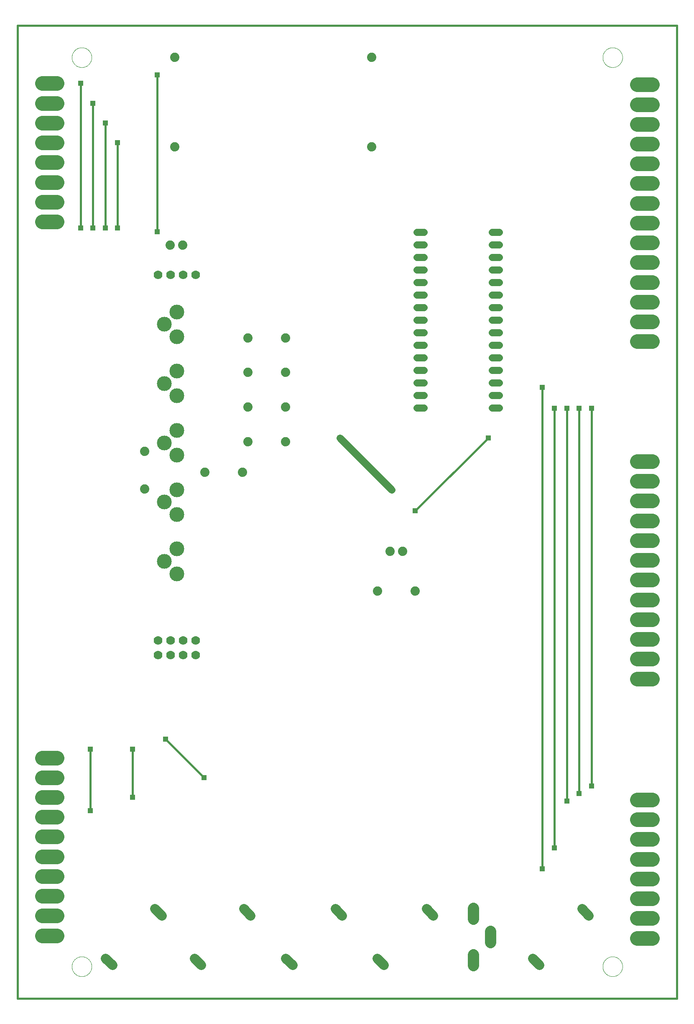
<source format=gtl>
G75*
%MOIN*%
%OFA0B0*%
%FSLAX25Y25*%
%IPPOS*%
%LPD*%
%AMOC8*
5,1,8,0,0,1.08239X$1,22.5*
%
%ADD10C,0.01600*%
%ADD11C,0.00000*%
%ADD12C,0.07000*%
%ADD13C,0.07400*%
%ADD14C,0.05550*%
%ADD15C,0.07677*%
%ADD16C,0.08858*%
%ADD17C,0.11811*%
%ADD18C,0.11811*%
%ADD19R,0.04362X0.04362*%
%ADD20C,0.05600*%
D10*
X0001800Y0001800D02*
X0527391Y0001800D01*
X0527391Y0777391D01*
X0001800Y0777391D01*
X0001800Y0001800D01*
X0059871Y0151406D02*
X0059871Y0200619D01*
X0093335Y0200619D02*
X0093335Y0162233D01*
X0119910Y0208493D02*
X0150422Y0177981D01*
X0318965Y0390540D02*
X0377076Y0448650D01*
X0420107Y0489005D02*
X0420107Y0105146D01*
X0429950Y0121879D02*
X0429950Y0472272D01*
X0439792Y0472272D02*
X0439792Y0159280D01*
X0449635Y0165186D02*
X0449635Y0472272D01*
X0459477Y0472272D02*
X0459477Y0171091D01*
X0113020Y0612824D02*
X0113020Y0738020D01*
X0081524Y0683887D02*
X0081524Y0615973D01*
X0071682Y0615973D02*
X0071682Y0699635D01*
X0061839Y0715383D02*
X0061839Y0615973D01*
X0051997Y0615973D02*
X0051997Y0731131D01*
D11*
X0045107Y0751800D02*
X0045109Y0751993D01*
X0045116Y0752186D01*
X0045128Y0752379D01*
X0045145Y0752572D01*
X0045166Y0752764D01*
X0045192Y0752955D01*
X0045223Y0753146D01*
X0045258Y0753336D01*
X0045298Y0753525D01*
X0045343Y0753713D01*
X0045392Y0753900D01*
X0045446Y0754086D01*
X0045504Y0754270D01*
X0045567Y0754453D01*
X0045635Y0754634D01*
X0045706Y0754813D01*
X0045783Y0754991D01*
X0045863Y0755167D01*
X0045948Y0755340D01*
X0046037Y0755512D01*
X0046130Y0755681D01*
X0046227Y0755848D01*
X0046329Y0756013D01*
X0046434Y0756175D01*
X0046543Y0756334D01*
X0046657Y0756491D01*
X0046774Y0756644D01*
X0046894Y0756795D01*
X0047019Y0756943D01*
X0047147Y0757088D01*
X0047278Y0757229D01*
X0047413Y0757368D01*
X0047552Y0757503D01*
X0047693Y0757634D01*
X0047838Y0757762D01*
X0047986Y0757887D01*
X0048137Y0758007D01*
X0048290Y0758124D01*
X0048447Y0758238D01*
X0048606Y0758347D01*
X0048768Y0758452D01*
X0048933Y0758554D01*
X0049100Y0758651D01*
X0049269Y0758744D01*
X0049441Y0758833D01*
X0049614Y0758918D01*
X0049790Y0758998D01*
X0049968Y0759075D01*
X0050147Y0759146D01*
X0050328Y0759214D01*
X0050511Y0759277D01*
X0050695Y0759335D01*
X0050881Y0759389D01*
X0051068Y0759438D01*
X0051256Y0759483D01*
X0051445Y0759523D01*
X0051635Y0759558D01*
X0051826Y0759589D01*
X0052017Y0759615D01*
X0052209Y0759636D01*
X0052402Y0759653D01*
X0052595Y0759665D01*
X0052788Y0759672D01*
X0052981Y0759674D01*
X0053174Y0759672D01*
X0053367Y0759665D01*
X0053560Y0759653D01*
X0053753Y0759636D01*
X0053945Y0759615D01*
X0054136Y0759589D01*
X0054327Y0759558D01*
X0054517Y0759523D01*
X0054706Y0759483D01*
X0054894Y0759438D01*
X0055081Y0759389D01*
X0055267Y0759335D01*
X0055451Y0759277D01*
X0055634Y0759214D01*
X0055815Y0759146D01*
X0055994Y0759075D01*
X0056172Y0758998D01*
X0056348Y0758918D01*
X0056521Y0758833D01*
X0056693Y0758744D01*
X0056862Y0758651D01*
X0057029Y0758554D01*
X0057194Y0758452D01*
X0057356Y0758347D01*
X0057515Y0758238D01*
X0057672Y0758124D01*
X0057825Y0758007D01*
X0057976Y0757887D01*
X0058124Y0757762D01*
X0058269Y0757634D01*
X0058410Y0757503D01*
X0058549Y0757368D01*
X0058684Y0757229D01*
X0058815Y0757088D01*
X0058943Y0756943D01*
X0059068Y0756795D01*
X0059188Y0756644D01*
X0059305Y0756491D01*
X0059419Y0756334D01*
X0059528Y0756175D01*
X0059633Y0756013D01*
X0059735Y0755848D01*
X0059832Y0755681D01*
X0059925Y0755512D01*
X0060014Y0755340D01*
X0060099Y0755167D01*
X0060179Y0754991D01*
X0060256Y0754813D01*
X0060327Y0754634D01*
X0060395Y0754453D01*
X0060458Y0754270D01*
X0060516Y0754086D01*
X0060570Y0753900D01*
X0060619Y0753713D01*
X0060664Y0753525D01*
X0060704Y0753336D01*
X0060739Y0753146D01*
X0060770Y0752955D01*
X0060796Y0752764D01*
X0060817Y0752572D01*
X0060834Y0752379D01*
X0060846Y0752186D01*
X0060853Y0751993D01*
X0060855Y0751800D01*
X0060853Y0751607D01*
X0060846Y0751414D01*
X0060834Y0751221D01*
X0060817Y0751028D01*
X0060796Y0750836D01*
X0060770Y0750645D01*
X0060739Y0750454D01*
X0060704Y0750264D01*
X0060664Y0750075D01*
X0060619Y0749887D01*
X0060570Y0749700D01*
X0060516Y0749514D01*
X0060458Y0749330D01*
X0060395Y0749147D01*
X0060327Y0748966D01*
X0060256Y0748787D01*
X0060179Y0748609D01*
X0060099Y0748433D01*
X0060014Y0748260D01*
X0059925Y0748088D01*
X0059832Y0747919D01*
X0059735Y0747752D01*
X0059633Y0747587D01*
X0059528Y0747425D01*
X0059419Y0747266D01*
X0059305Y0747109D01*
X0059188Y0746956D01*
X0059068Y0746805D01*
X0058943Y0746657D01*
X0058815Y0746512D01*
X0058684Y0746371D01*
X0058549Y0746232D01*
X0058410Y0746097D01*
X0058269Y0745966D01*
X0058124Y0745838D01*
X0057976Y0745713D01*
X0057825Y0745593D01*
X0057672Y0745476D01*
X0057515Y0745362D01*
X0057356Y0745253D01*
X0057194Y0745148D01*
X0057029Y0745046D01*
X0056862Y0744949D01*
X0056693Y0744856D01*
X0056521Y0744767D01*
X0056348Y0744682D01*
X0056172Y0744602D01*
X0055994Y0744525D01*
X0055815Y0744454D01*
X0055634Y0744386D01*
X0055451Y0744323D01*
X0055267Y0744265D01*
X0055081Y0744211D01*
X0054894Y0744162D01*
X0054706Y0744117D01*
X0054517Y0744077D01*
X0054327Y0744042D01*
X0054136Y0744011D01*
X0053945Y0743985D01*
X0053753Y0743964D01*
X0053560Y0743947D01*
X0053367Y0743935D01*
X0053174Y0743928D01*
X0052981Y0743926D01*
X0052788Y0743928D01*
X0052595Y0743935D01*
X0052402Y0743947D01*
X0052209Y0743964D01*
X0052017Y0743985D01*
X0051826Y0744011D01*
X0051635Y0744042D01*
X0051445Y0744077D01*
X0051256Y0744117D01*
X0051068Y0744162D01*
X0050881Y0744211D01*
X0050695Y0744265D01*
X0050511Y0744323D01*
X0050328Y0744386D01*
X0050147Y0744454D01*
X0049968Y0744525D01*
X0049790Y0744602D01*
X0049614Y0744682D01*
X0049441Y0744767D01*
X0049269Y0744856D01*
X0049100Y0744949D01*
X0048933Y0745046D01*
X0048768Y0745148D01*
X0048606Y0745253D01*
X0048447Y0745362D01*
X0048290Y0745476D01*
X0048137Y0745593D01*
X0047986Y0745713D01*
X0047838Y0745838D01*
X0047693Y0745966D01*
X0047552Y0746097D01*
X0047413Y0746232D01*
X0047278Y0746371D01*
X0047147Y0746512D01*
X0047019Y0746657D01*
X0046894Y0746805D01*
X0046774Y0746956D01*
X0046657Y0747109D01*
X0046543Y0747266D01*
X0046434Y0747425D01*
X0046329Y0747587D01*
X0046227Y0747752D01*
X0046130Y0747919D01*
X0046037Y0748088D01*
X0045948Y0748260D01*
X0045863Y0748433D01*
X0045783Y0748609D01*
X0045706Y0748787D01*
X0045635Y0748966D01*
X0045567Y0749147D01*
X0045504Y0749330D01*
X0045446Y0749514D01*
X0045392Y0749700D01*
X0045343Y0749887D01*
X0045298Y0750075D01*
X0045258Y0750264D01*
X0045223Y0750454D01*
X0045192Y0750645D01*
X0045166Y0750836D01*
X0045145Y0751028D01*
X0045128Y0751221D01*
X0045116Y0751414D01*
X0045109Y0751607D01*
X0045107Y0751800D01*
X0468335Y0751800D02*
X0468337Y0751993D01*
X0468344Y0752186D01*
X0468356Y0752379D01*
X0468373Y0752572D01*
X0468394Y0752764D01*
X0468420Y0752955D01*
X0468451Y0753146D01*
X0468486Y0753336D01*
X0468526Y0753525D01*
X0468571Y0753713D01*
X0468620Y0753900D01*
X0468674Y0754086D01*
X0468732Y0754270D01*
X0468795Y0754453D01*
X0468863Y0754634D01*
X0468934Y0754813D01*
X0469011Y0754991D01*
X0469091Y0755167D01*
X0469176Y0755340D01*
X0469265Y0755512D01*
X0469358Y0755681D01*
X0469455Y0755848D01*
X0469557Y0756013D01*
X0469662Y0756175D01*
X0469771Y0756334D01*
X0469885Y0756491D01*
X0470002Y0756644D01*
X0470122Y0756795D01*
X0470247Y0756943D01*
X0470375Y0757088D01*
X0470506Y0757229D01*
X0470641Y0757368D01*
X0470780Y0757503D01*
X0470921Y0757634D01*
X0471066Y0757762D01*
X0471214Y0757887D01*
X0471365Y0758007D01*
X0471518Y0758124D01*
X0471675Y0758238D01*
X0471834Y0758347D01*
X0471996Y0758452D01*
X0472161Y0758554D01*
X0472328Y0758651D01*
X0472497Y0758744D01*
X0472669Y0758833D01*
X0472842Y0758918D01*
X0473018Y0758998D01*
X0473196Y0759075D01*
X0473375Y0759146D01*
X0473556Y0759214D01*
X0473739Y0759277D01*
X0473923Y0759335D01*
X0474109Y0759389D01*
X0474296Y0759438D01*
X0474484Y0759483D01*
X0474673Y0759523D01*
X0474863Y0759558D01*
X0475054Y0759589D01*
X0475245Y0759615D01*
X0475437Y0759636D01*
X0475630Y0759653D01*
X0475823Y0759665D01*
X0476016Y0759672D01*
X0476209Y0759674D01*
X0476402Y0759672D01*
X0476595Y0759665D01*
X0476788Y0759653D01*
X0476981Y0759636D01*
X0477173Y0759615D01*
X0477364Y0759589D01*
X0477555Y0759558D01*
X0477745Y0759523D01*
X0477934Y0759483D01*
X0478122Y0759438D01*
X0478309Y0759389D01*
X0478495Y0759335D01*
X0478679Y0759277D01*
X0478862Y0759214D01*
X0479043Y0759146D01*
X0479222Y0759075D01*
X0479400Y0758998D01*
X0479576Y0758918D01*
X0479749Y0758833D01*
X0479921Y0758744D01*
X0480090Y0758651D01*
X0480257Y0758554D01*
X0480422Y0758452D01*
X0480584Y0758347D01*
X0480743Y0758238D01*
X0480900Y0758124D01*
X0481053Y0758007D01*
X0481204Y0757887D01*
X0481352Y0757762D01*
X0481497Y0757634D01*
X0481638Y0757503D01*
X0481777Y0757368D01*
X0481912Y0757229D01*
X0482043Y0757088D01*
X0482171Y0756943D01*
X0482296Y0756795D01*
X0482416Y0756644D01*
X0482533Y0756491D01*
X0482647Y0756334D01*
X0482756Y0756175D01*
X0482861Y0756013D01*
X0482963Y0755848D01*
X0483060Y0755681D01*
X0483153Y0755512D01*
X0483242Y0755340D01*
X0483327Y0755167D01*
X0483407Y0754991D01*
X0483484Y0754813D01*
X0483555Y0754634D01*
X0483623Y0754453D01*
X0483686Y0754270D01*
X0483744Y0754086D01*
X0483798Y0753900D01*
X0483847Y0753713D01*
X0483892Y0753525D01*
X0483932Y0753336D01*
X0483967Y0753146D01*
X0483998Y0752955D01*
X0484024Y0752764D01*
X0484045Y0752572D01*
X0484062Y0752379D01*
X0484074Y0752186D01*
X0484081Y0751993D01*
X0484083Y0751800D01*
X0484081Y0751607D01*
X0484074Y0751414D01*
X0484062Y0751221D01*
X0484045Y0751028D01*
X0484024Y0750836D01*
X0483998Y0750645D01*
X0483967Y0750454D01*
X0483932Y0750264D01*
X0483892Y0750075D01*
X0483847Y0749887D01*
X0483798Y0749700D01*
X0483744Y0749514D01*
X0483686Y0749330D01*
X0483623Y0749147D01*
X0483555Y0748966D01*
X0483484Y0748787D01*
X0483407Y0748609D01*
X0483327Y0748433D01*
X0483242Y0748260D01*
X0483153Y0748088D01*
X0483060Y0747919D01*
X0482963Y0747752D01*
X0482861Y0747587D01*
X0482756Y0747425D01*
X0482647Y0747266D01*
X0482533Y0747109D01*
X0482416Y0746956D01*
X0482296Y0746805D01*
X0482171Y0746657D01*
X0482043Y0746512D01*
X0481912Y0746371D01*
X0481777Y0746232D01*
X0481638Y0746097D01*
X0481497Y0745966D01*
X0481352Y0745838D01*
X0481204Y0745713D01*
X0481053Y0745593D01*
X0480900Y0745476D01*
X0480743Y0745362D01*
X0480584Y0745253D01*
X0480422Y0745148D01*
X0480257Y0745046D01*
X0480090Y0744949D01*
X0479921Y0744856D01*
X0479749Y0744767D01*
X0479576Y0744682D01*
X0479400Y0744602D01*
X0479222Y0744525D01*
X0479043Y0744454D01*
X0478862Y0744386D01*
X0478679Y0744323D01*
X0478495Y0744265D01*
X0478309Y0744211D01*
X0478122Y0744162D01*
X0477934Y0744117D01*
X0477745Y0744077D01*
X0477555Y0744042D01*
X0477364Y0744011D01*
X0477173Y0743985D01*
X0476981Y0743964D01*
X0476788Y0743947D01*
X0476595Y0743935D01*
X0476402Y0743928D01*
X0476209Y0743926D01*
X0476016Y0743928D01*
X0475823Y0743935D01*
X0475630Y0743947D01*
X0475437Y0743964D01*
X0475245Y0743985D01*
X0475054Y0744011D01*
X0474863Y0744042D01*
X0474673Y0744077D01*
X0474484Y0744117D01*
X0474296Y0744162D01*
X0474109Y0744211D01*
X0473923Y0744265D01*
X0473739Y0744323D01*
X0473556Y0744386D01*
X0473375Y0744454D01*
X0473196Y0744525D01*
X0473018Y0744602D01*
X0472842Y0744682D01*
X0472669Y0744767D01*
X0472497Y0744856D01*
X0472328Y0744949D01*
X0472161Y0745046D01*
X0471996Y0745148D01*
X0471834Y0745253D01*
X0471675Y0745362D01*
X0471518Y0745476D01*
X0471365Y0745593D01*
X0471214Y0745713D01*
X0471066Y0745838D01*
X0470921Y0745966D01*
X0470780Y0746097D01*
X0470641Y0746232D01*
X0470506Y0746371D01*
X0470375Y0746512D01*
X0470247Y0746657D01*
X0470122Y0746805D01*
X0470002Y0746956D01*
X0469885Y0747109D01*
X0469771Y0747266D01*
X0469662Y0747425D01*
X0469557Y0747587D01*
X0469455Y0747752D01*
X0469358Y0747919D01*
X0469265Y0748088D01*
X0469176Y0748260D01*
X0469091Y0748433D01*
X0469011Y0748609D01*
X0468934Y0748787D01*
X0468863Y0748966D01*
X0468795Y0749147D01*
X0468732Y0749330D01*
X0468674Y0749514D01*
X0468620Y0749700D01*
X0468571Y0749887D01*
X0468526Y0750075D01*
X0468486Y0750264D01*
X0468451Y0750454D01*
X0468420Y0750645D01*
X0468394Y0750836D01*
X0468373Y0751028D01*
X0468356Y0751221D01*
X0468344Y0751414D01*
X0468337Y0751607D01*
X0468335Y0751800D01*
X0468335Y0027391D02*
X0468337Y0027584D01*
X0468344Y0027777D01*
X0468356Y0027970D01*
X0468373Y0028163D01*
X0468394Y0028355D01*
X0468420Y0028546D01*
X0468451Y0028737D01*
X0468486Y0028927D01*
X0468526Y0029116D01*
X0468571Y0029304D01*
X0468620Y0029491D01*
X0468674Y0029677D01*
X0468732Y0029861D01*
X0468795Y0030044D01*
X0468863Y0030225D01*
X0468934Y0030404D01*
X0469011Y0030582D01*
X0469091Y0030758D01*
X0469176Y0030931D01*
X0469265Y0031103D01*
X0469358Y0031272D01*
X0469455Y0031439D01*
X0469557Y0031604D01*
X0469662Y0031766D01*
X0469771Y0031925D01*
X0469885Y0032082D01*
X0470002Y0032235D01*
X0470122Y0032386D01*
X0470247Y0032534D01*
X0470375Y0032679D01*
X0470506Y0032820D01*
X0470641Y0032959D01*
X0470780Y0033094D01*
X0470921Y0033225D01*
X0471066Y0033353D01*
X0471214Y0033478D01*
X0471365Y0033598D01*
X0471518Y0033715D01*
X0471675Y0033829D01*
X0471834Y0033938D01*
X0471996Y0034043D01*
X0472161Y0034145D01*
X0472328Y0034242D01*
X0472497Y0034335D01*
X0472669Y0034424D01*
X0472842Y0034509D01*
X0473018Y0034589D01*
X0473196Y0034666D01*
X0473375Y0034737D01*
X0473556Y0034805D01*
X0473739Y0034868D01*
X0473923Y0034926D01*
X0474109Y0034980D01*
X0474296Y0035029D01*
X0474484Y0035074D01*
X0474673Y0035114D01*
X0474863Y0035149D01*
X0475054Y0035180D01*
X0475245Y0035206D01*
X0475437Y0035227D01*
X0475630Y0035244D01*
X0475823Y0035256D01*
X0476016Y0035263D01*
X0476209Y0035265D01*
X0476402Y0035263D01*
X0476595Y0035256D01*
X0476788Y0035244D01*
X0476981Y0035227D01*
X0477173Y0035206D01*
X0477364Y0035180D01*
X0477555Y0035149D01*
X0477745Y0035114D01*
X0477934Y0035074D01*
X0478122Y0035029D01*
X0478309Y0034980D01*
X0478495Y0034926D01*
X0478679Y0034868D01*
X0478862Y0034805D01*
X0479043Y0034737D01*
X0479222Y0034666D01*
X0479400Y0034589D01*
X0479576Y0034509D01*
X0479749Y0034424D01*
X0479921Y0034335D01*
X0480090Y0034242D01*
X0480257Y0034145D01*
X0480422Y0034043D01*
X0480584Y0033938D01*
X0480743Y0033829D01*
X0480900Y0033715D01*
X0481053Y0033598D01*
X0481204Y0033478D01*
X0481352Y0033353D01*
X0481497Y0033225D01*
X0481638Y0033094D01*
X0481777Y0032959D01*
X0481912Y0032820D01*
X0482043Y0032679D01*
X0482171Y0032534D01*
X0482296Y0032386D01*
X0482416Y0032235D01*
X0482533Y0032082D01*
X0482647Y0031925D01*
X0482756Y0031766D01*
X0482861Y0031604D01*
X0482963Y0031439D01*
X0483060Y0031272D01*
X0483153Y0031103D01*
X0483242Y0030931D01*
X0483327Y0030758D01*
X0483407Y0030582D01*
X0483484Y0030404D01*
X0483555Y0030225D01*
X0483623Y0030044D01*
X0483686Y0029861D01*
X0483744Y0029677D01*
X0483798Y0029491D01*
X0483847Y0029304D01*
X0483892Y0029116D01*
X0483932Y0028927D01*
X0483967Y0028737D01*
X0483998Y0028546D01*
X0484024Y0028355D01*
X0484045Y0028163D01*
X0484062Y0027970D01*
X0484074Y0027777D01*
X0484081Y0027584D01*
X0484083Y0027391D01*
X0484081Y0027198D01*
X0484074Y0027005D01*
X0484062Y0026812D01*
X0484045Y0026619D01*
X0484024Y0026427D01*
X0483998Y0026236D01*
X0483967Y0026045D01*
X0483932Y0025855D01*
X0483892Y0025666D01*
X0483847Y0025478D01*
X0483798Y0025291D01*
X0483744Y0025105D01*
X0483686Y0024921D01*
X0483623Y0024738D01*
X0483555Y0024557D01*
X0483484Y0024378D01*
X0483407Y0024200D01*
X0483327Y0024024D01*
X0483242Y0023851D01*
X0483153Y0023679D01*
X0483060Y0023510D01*
X0482963Y0023343D01*
X0482861Y0023178D01*
X0482756Y0023016D01*
X0482647Y0022857D01*
X0482533Y0022700D01*
X0482416Y0022547D01*
X0482296Y0022396D01*
X0482171Y0022248D01*
X0482043Y0022103D01*
X0481912Y0021962D01*
X0481777Y0021823D01*
X0481638Y0021688D01*
X0481497Y0021557D01*
X0481352Y0021429D01*
X0481204Y0021304D01*
X0481053Y0021184D01*
X0480900Y0021067D01*
X0480743Y0020953D01*
X0480584Y0020844D01*
X0480422Y0020739D01*
X0480257Y0020637D01*
X0480090Y0020540D01*
X0479921Y0020447D01*
X0479749Y0020358D01*
X0479576Y0020273D01*
X0479400Y0020193D01*
X0479222Y0020116D01*
X0479043Y0020045D01*
X0478862Y0019977D01*
X0478679Y0019914D01*
X0478495Y0019856D01*
X0478309Y0019802D01*
X0478122Y0019753D01*
X0477934Y0019708D01*
X0477745Y0019668D01*
X0477555Y0019633D01*
X0477364Y0019602D01*
X0477173Y0019576D01*
X0476981Y0019555D01*
X0476788Y0019538D01*
X0476595Y0019526D01*
X0476402Y0019519D01*
X0476209Y0019517D01*
X0476016Y0019519D01*
X0475823Y0019526D01*
X0475630Y0019538D01*
X0475437Y0019555D01*
X0475245Y0019576D01*
X0475054Y0019602D01*
X0474863Y0019633D01*
X0474673Y0019668D01*
X0474484Y0019708D01*
X0474296Y0019753D01*
X0474109Y0019802D01*
X0473923Y0019856D01*
X0473739Y0019914D01*
X0473556Y0019977D01*
X0473375Y0020045D01*
X0473196Y0020116D01*
X0473018Y0020193D01*
X0472842Y0020273D01*
X0472669Y0020358D01*
X0472497Y0020447D01*
X0472328Y0020540D01*
X0472161Y0020637D01*
X0471996Y0020739D01*
X0471834Y0020844D01*
X0471675Y0020953D01*
X0471518Y0021067D01*
X0471365Y0021184D01*
X0471214Y0021304D01*
X0471066Y0021429D01*
X0470921Y0021557D01*
X0470780Y0021688D01*
X0470641Y0021823D01*
X0470506Y0021962D01*
X0470375Y0022103D01*
X0470247Y0022248D01*
X0470122Y0022396D01*
X0470002Y0022547D01*
X0469885Y0022700D01*
X0469771Y0022857D01*
X0469662Y0023016D01*
X0469557Y0023178D01*
X0469455Y0023343D01*
X0469358Y0023510D01*
X0469265Y0023679D01*
X0469176Y0023851D01*
X0469091Y0024024D01*
X0469011Y0024200D01*
X0468934Y0024378D01*
X0468863Y0024557D01*
X0468795Y0024738D01*
X0468732Y0024921D01*
X0468674Y0025105D01*
X0468620Y0025291D01*
X0468571Y0025478D01*
X0468526Y0025666D01*
X0468486Y0025855D01*
X0468451Y0026045D01*
X0468420Y0026236D01*
X0468394Y0026427D01*
X0468373Y0026619D01*
X0468356Y0026812D01*
X0468344Y0027005D01*
X0468337Y0027198D01*
X0468335Y0027391D01*
X0045107Y0027391D02*
X0045109Y0027584D01*
X0045116Y0027777D01*
X0045128Y0027970D01*
X0045145Y0028163D01*
X0045166Y0028355D01*
X0045192Y0028546D01*
X0045223Y0028737D01*
X0045258Y0028927D01*
X0045298Y0029116D01*
X0045343Y0029304D01*
X0045392Y0029491D01*
X0045446Y0029677D01*
X0045504Y0029861D01*
X0045567Y0030044D01*
X0045635Y0030225D01*
X0045706Y0030404D01*
X0045783Y0030582D01*
X0045863Y0030758D01*
X0045948Y0030931D01*
X0046037Y0031103D01*
X0046130Y0031272D01*
X0046227Y0031439D01*
X0046329Y0031604D01*
X0046434Y0031766D01*
X0046543Y0031925D01*
X0046657Y0032082D01*
X0046774Y0032235D01*
X0046894Y0032386D01*
X0047019Y0032534D01*
X0047147Y0032679D01*
X0047278Y0032820D01*
X0047413Y0032959D01*
X0047552Y0033094D01*
X0047693Y0033225D01*
X0047838Y0033353D01*
X0047986Y0033478D01*
X0048137Y0033598D01*
X0048290Y0033715D01*
X0048447Y0033829D01*
X0048606Y0033938D01*
X0048768Y0034043D01*
X0048933Y0034145D01*
X0049100Y0034242D01*
X0049269Y0034335D01*
X0049441Y0034424D01*
X0049614Y0034509D01*
X0049790Y0034589D01*
X0049968Y0034666D01*
X0050147Y0034737D01*
X0050328Y0034805D01*
X0050511Y0034868D01*
X0050695Y0034926D01*
X0050881Y0034980D01*
X0051068Y0035029D01*
X0051256Y0035074D01*
X0051445Y0035114D01*
X0051635Y0035149D01*
X0051826Y0035180D01*
X0052017Y0035206D01*
X0052209Y0035227D01*
X0052402Y0035244D01*
X0052595Y0035256D01*
X0052788Y0035263D01*
X0052981Y0035265D01*
X0053174Y0035263D01*
X0053367Y0035256D01*
X0053560Y0035244D01*
X0053753Y0035227D01*
X0053945Y0035206D01*
X0054136Y0035180D01*
X0054327Y0035149D01*
X0054517Y0035114D01*
X0054706Y0035074D01*
X0054894Y0035029D01*
X0055081Y0034980D01*
X0055267Y0034926D01*
X0055451Y0034868D01*
X0055634Y0034805D01*
X0055815Y0034737D01*
X0055994Y0034666D01*
X0056172Y0034589D01*
X0056348Y0034509D01*
X0056521Y0034424D01*
X0056693Y0034335D01*
X0056862Y0034242D01*
X0057029Y0034145D01*
X0057194Y0034043D01*
X0057356Y0033938D01*
X0057515Y0033829D01*
X0057672Y0033715D01*
X0057825Y0033598D01*
X0057976Y0033478D01*
X0058124Y0033353D01*
X0058269Y0033225D01*
X0058410Y0033094D01*
X0058549Y0032959D01*
X0058684Y0032820D01*
X0058815Y0032679D01*
X0058943Y0032534D01*
X0059068Y0032386D01*
X0059188Y0032235D01*
X0059305Y0032082D01*
X0059419Y0031925D01*
X0059528Y0031766D01*
X0059633Y0031604D01*
X0059735Y0031439D01*
X0059832Y0031272D01*
X0059925Y0031103D01*
X0060014Y0030931D01*
X0060099Y0030758D01*
X0060179Y0030582D01*
X0060256Y0030404D01*
X0060327Y0030225D01*
X0060395Y0030044D01*
X0060458Y0029861D01*
X0060516Y0029677D01*
X0060570Y0029491D01*
X0060619Y0029304D01*
X0060664Y0029116D01*
X0060704Y0028927D01*
X0060739Y0028737D01*
X0060770Y0028546D01*
X0060796Y0028355D01*
X0060817Y0028163D01*
X0060834Y0027970D01*
X0060846Y0027777D01*
X0060853Y0027584D01*
X0060855Y0027391D01*
X0060853Y0027198D01*
X0060846Y0027005D01*
X0060834Y0026812D01*
X0060817Y0026619D01*
X0060796Y0026427D01*
X0060770Y0026236D01*
X0060739Y0026045D01*
X0060704Y0025855D01*
X0060664Y0025666D01*
X0060619Y0025478D01*
X0060570Y0025291D01*
X0060516Y0025105D01*
X0060458Y0024921D01*
X0060395Y0024738D01*
X0060327Y0024557D01*
X0060256Y0024378D01*
X0060179Y0024200D01*
X0060099Y0024024D01*
X0060014Y0023851D01*
X0059925Y0023679D01*
X0059832Y0023510D01*
X0059735Y0023343D01*
X0059633Y0023178D01*
X0059528Y0023016D01*
X0059419Y0022857D01*
X0059305Y0022700D01*
X0059188Y0022547D01*
X0059068Y0022396D01*
X0058943Y0022248D01*
X0058815Y0022103D01*
X0058684Y0021962D01*
X0058549Y0021823D01*
X0058410Y0021688D01*
X0058269Y0021557D01*
X0058124Y0021429D01*
X0057976Y0021304D01*
X0057825Y0021184D01*
X0057672Y0021067D01*
X0057515Y0020953D01*
X0057356Y0020844D01*
X0057194Y0020739D01*
X0057029Y0020637D01*
X0056862Y0020540D01*
X0056693Y0020447D01*
X0056521Y0020358D01*
X0056348Y0020273D01*
X0056172Y0020193D01*
X0055994Y0020116D01*
X0055815Y0020045D01*
X0055634Y0019977D01*
X0055451Y0019914D01*
X0055267Y0019856D01*
X0055081Y0019802D01*
X0054894Y0019753D01*
X0054706Y0019708D01*
X0054517Y0019668D01*
X0054327Y0019633D01*
X0054136Y0019602D01*
X0053945Y0019576D01*
X0053753Y0019555D01*
X0053560Y0019538D01*
X0053367Y0019526D01*
X0053174Y0019519D01*
X0052981Y0019517D01*
X0052788Y0019519D01*
X0052595Y0019526D01*
X0052402Y0019538D01*
X0052209Y0019555D01*
X0052017Y0019576D01*
X0051826Y0019602D01*
X0051635Y0019633D01*
X0051445Y0019668D01*
X0051256Y0019708D01*
X0051068Y0019753D01*
X0050881Y0019802D01*
X0050695Y0019856D01*
X0050511Y0019914D01*
X0050328Y0019977D01*
X0050147Y0020045D01*
X0049968Y0020116D01*
X0049790Y0020193D01*
X0049614Y0020273D01*
X0049441Y0020358D01*
X0049269Y0020447D01*
X0049100Y0020540D01*
X0048933Y0020637D01*
X0048768Y0020739D01*
X0048606Y0020844D01*
X0048447Y0020953D01*
X0048290Y0021067D01*
X0048137Y0021184D01*
X0047986Y0021304D01*
X0047838Y0021429D01*
X0047693Y0021557D01*
X0047552Y0021688D01*
X0047413Y0021823D01*
X0047278Y0021962D01*
X0047147Y0022103D01*
X0047019Y0022248D01*
X0046894Y0022396D01*
X0046774Y0022547D01*
X0046657Y0022700D01*
X0046543Y0022857D01*
X0046434Y0023016D01*
X0046329Y0023178D01*
X0046227Y0023343D01*
X0046130Y0023510D01*
X0046037Y0023679D01*
X0045948Y0023851D01*
X0045863Y0024024D01*
X0045783Y0024200D01*
X0045706Y0024378D01*
X0045635Y0024557D01*
X0045567Y0024738D01*
X0045504Y0024921D01*
X0045446Y0025105D01*
X0045392Y0025291D01*
X0045343Y0025478D01*
X0045298Y0025666D01*
X0045258Y0025855D01*
X0045223Y0026045D01*
X0045192Y0026236D01*
X0045166Y0026427D01*
X0045145Y0026619D01*
X0045128Y0026812D01*
X0045116Y0027005D01*
X0045109Y0027198D01*
X0045107Y0027391D01*
D12*
X0113729Y0275422D03*
X0113729Y0287233D03*
X0123729Y0287233D03*
X0123729Y0275422D03*
X0133729Y0275422D03*
X0133729Y0287233D03*
X0143729Y0287233D03*
X0143729Y0275422D03*
X0143808Y0578572D03*
X0133808Y0578572D03*
X0123808Y0578572D03*
X0113808Y0578572D03*
D13*
X0123650Y0602194D03*
X0133650Y0602194D03*
X0126997Y0680540D03*
X0126997Y0751800D03*
X0185619Y0528375D03*
X0185619Y0500816D03*
X0185619Y0473257D03*
X0185619Y0445698D03*
X0181170Y0421091D03*
X0151170Y0421091D03*
X0103178Y0408060D03*
X0103178Y0438060D03*
X0215619Y0445698D03*
X0215619Y0473257D03*
X0215619Y0500816D03*
X0215619Y0528375D03*
X0284280Y0680540D03*
X0284280Y0751800D03*
X0298965Y0358099D03*
X0308965Y0358099D03*
X0318965Y0326603D03*
X0288965Y0326603D03*
D14*
X0320246Y0472706D02*
X0325795Y0472706D01*
X0325795Y0482706D02*
X0320246Y0482706D01*
X0320246Y0492706D02*
X0325795Y0492706D01*
X0325795Y0502706D02*
X0320246Y0502706D01*
X0320246Y0512706D02*
X0325795Y0512706D01*
X0325795Y0522706D02*
X0320246Y0522706D01*
X0320246Y0532706D02*
X0325795Y0532706D01*
X0325795Y0542706D02*
X0320246Y0542706D01*
X0320246Y0552706D02*
X0325795Y0552706D01*
X0325795Y0562706D02*
X0320246Y0562706D01*
X0320246Y0572706D02*
X0325795Y0572706D01*
X0325795Y0582706D02*
X0320246Y0582706D01*
X0320246Y0592706D02*
X0325795Y0592706D01*
X0325795Y0602706D02*
X0320246Y0602706D01*
X0320246Y0612706D02*
X0325795Y0612706D01*
X0380246Y0612706D02*
X0385795Y0612706D01*
X0385795Y0602706D02*
X0380246Y0602706D01*
X0380246Y0592706D02*
X0385795Y0592706D01*
X0385795Y0582706D02*
X0380246Y0582706D01*
X0380246Y0572706D02*
X0385795Y0572706D01*
X0385795Y0562706D02*
X0380246Y0562706D01*
X0380246Y0552706D02*
X0385795Y0552706D01*
X0385795Y0542706D02*
X0380246Y0542706D01*
X0380246Y0532706D02*
X0385795Y0532706D01*
X0385795Y0522706D02*
X0380246Y0522706D01*
X0380246Y0512706D02*
X0385795Y0512706D01*
X0385795Y0502706D02*
X0380246Y0502706D01*
X0380246Y0492706D02*
X0385795Y0492706D01*
X0385795Y0482706D02*
X0380246Y0482706D01*
X0380246Y0472706D02*
X0385795Y0472706D01*
D15*
X0327826Y0073412D02*
X0333254Y0067983D01*
X0293884Y0028613D02*
X0288456Y0034042D01*
X0260420Y0067983D02*
X0254991Y0073412D01*
X0215621Y0034042D02*
X0221050Y0028613D01*
X0187585Y0067983D02*
X0182157Y0073412D01*
X0142787Y0034042D02*
X0148215Y0028613D01*
X0116719Y0067983D02*
X0111290Y0073412D01*
X0071920Y0034042D02*
X0077349Y0028613D01*
X0412472Y0034042D02*
X0417900Y0028613D01*
X0457270Y0067983D02*
X0451842Y0073412D01*
D16*
X0378769Y0055442D02*
X0378769Y0046583D01*
X0364989Y0036938D02*
X0364989Y0028080D01*
X0364989Y0065087D02*
X0364989Y0073946D01*
D17*
X0128769Y0340383D03*
X0118926Y0350225D03*
X0128769Y0360068D03*
X0128769Y0387627D03*
X0118926Y0397469D03*
X0128769Y0407312D03*
X0128769Y0434871D03*
X0118926Y0444713D03*
X0128769Y0454556D03*
X0128769Y0482115D03*
X0118926Y0491957D03*
X0128769Y0501800D03*
X0128769Y0529359D03*
X0118926Y0539202D03*
X0128769Y0549044D03*
D18*
X0033296Y0620894D02*
X0021485Y0620894D01*
X0021485Y0636643D02*
X0033296Y0636643D01*
X0033296Y0652391D02*
X0021485Y0652391D01*
X0021485Y0668139D02*
X0033296Y0668139D01*
X0033296Y0683887D02*
X0021485Y0683887D01*
X0021485Y0699635D02*
X0033296Y0699635D01*
X0033296Y0715383D02*
X0021485Y0715383D01*
X0021485Y0731131D02*
X0033296Y0731131D01*
X0033296Y0193729D02*
X0021485Y0193729D01*
X0021485Y0177981D02*
X0033296Y0177981D01*
X0033296Y0162233D02*
X0021485Y0162233D01*
X0021485Y0146485D02*
X0033296Y0146485D01*
X0033296Y0130737D02*
X0021485Y0130737D01*
X0021485Y0114989D02*
X0033296Y0114989D01*
X0033296Y0099241D02*
X0021485Y0099241D01*
X0021485Y0083493D02*
X0033296Y0083493D01*
X0033296Y0067745D02*
X0021485Y0067745D01*
X0021485Y0051997D02*
X0033296Y0051997D01*
X0495894Y0050028D02*
X0507706Y0050028D01*
X0507706Y0065776D02*
X0495894Y0065776D01*
X0495894Y0081524D02*
X0507706Y0081524D01*
X0507706Y0097272D02*
X0495894Y0097272D01*
X0495894Y0113020D02*
X0507706Y0113020D01*
X0507706Y0128769D02*
X0495894Y0128769D01*
X0495894Y0144517D02*
X0507706Y0144517D01*
X0507706Y0160265D02*
X0495894Y0160265D01*
X0495894Y0256721D02*
X0507706Y0256721D01*
X0507706Y0272469D02*
X0495894Y0272469D01*
X0495894Y0288217D02*
X0507706Y0288217D01*
X0507706Y0303965D02*
X0495894Y0303965D01*
X0495894Y0319713D02*
X0507706Y0319713D01*
X0507706Y0335461D02*
X0495894Y0335461D01*
X0495894Y0351209D02*
X0507706Y0351209D01*
X0507706Y0366957D02*
X0495894Y0366957D01*
X0495894Y0382706D02*
X0507706Y0382706D01*
X0507706Y0398454D02*
X0495894Y0398454D01*
X0495894Y0414202D02*
X0507706Y0414202D01*
X0507706Y0429950D02*
X0495894Y0429950D01*
X0495894Y0525422D02*
X0507706Y0525422D01*
X0507706Y0541170D02*
X0495894Y0541170D01*
X0495894Y0556918D02*
X0507706Y0556918D01*
X0507706Y0572666D02*
X0495894Y0572666D01*
X0495894Y0588414D02*
X0507706Y0588414D01*
X0507706Y0604162D02*
X0495894Y0604162D01*
X0495894Y0619910D02*
X0507706Y0619910D01*
X0507706Y0635658D02*
X0495894Y0635658D01*
X0495894Y0651406D02*
X0507706Y0651406D01*
X0507706Y0667154D02*
X0495894Y0667154D01*
X0495894Y0682902D02*
X0507706Y0682902D01*
X0507706Y0698650D02*
X0495894Y0698650D01*
X0495894Y0714398D02*
X0507706Y0714398D01*
X0507706Y0730146D02*
X0495894Y0730146D01*
D19*
X0420107Y0489005D03*
X0429950Y0472272D03*
X0439792Y0472272D03*
X0449635Y0472272D03*
X0459477Y0472272D03*
X0377076Y0448650D03*
X0318965Y0390540D03*
X0300028Y0407312D03*
X0258690Y0448650D03*
X0113020Y0612824D03*
X0081524Y0615973D03*
X0071682Y0615973D03*
X0061839Y0615973D03*
X0051997Y0615973D03*
X0081524Y0683887D03*
X0071682Y0699635D03*
X0061839Y0715383D03*
X0051997Y0731131D03*
X0113020Y0738020D03*
X0119910Y0208493D03*
X0093335Y0200619D03*
X0093335Y0162233D03*
X0059871Y0151406D03*
X0059871Y0200619D03*
X0150422Y0177981D03*
X0420107Y0105146D03*
X0429950Y0121879D03*
X0439792Y0159280D03*
X0449635Y0165186D03*
X0459477Y0171091D03*
D20*
X0300028Y0407312D02*
X0258690Y0448650D01*
M02*

</source>
